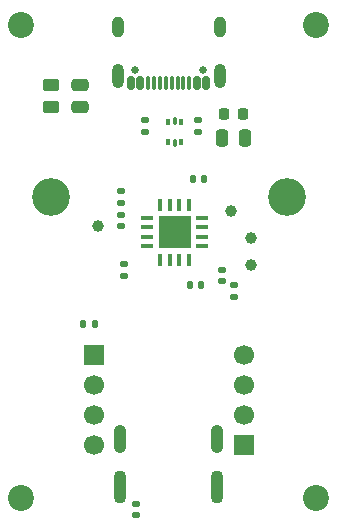
<source format=gbs>
G04 #@! TF.GenerationSoftware,KiCad,Pcbnew,9.0.4*
G04 #@! TF.CreationDate,2025-09-08T01:23:02+09:00*
G04 #@! TF.ProjectId,561SmartCard-USB,35363153-6d61-4727-9443-6172642d5553,rev?*
G04 #@! TF.SameCoordinates,Original*
G04 #@! TF.FileFunction,Soldermask,Bot*
G04 #@! TF.FilePolarity,Negative*
%FSLAX46Y46*%
G04 Gerber Fmt 4.6, Leading zero omitted, Abs format (unit mm)*
G04 Created by KiCad (PCBNEW 9.0.4) date 2025-09-08 01:23:02*
%MOMM*%
%LPD*%
G01*
G04 APERTURE LIST*
G04 Aperture macros list*
%AMRoundRect*
0 Rectangle with rounded corners*
0 $1 Rounding radius*
0 $2 $3 $4 $5 $6 $7 $8 $9 X,Y pos of 4 corners*
0 Add a 4 corners polygon primitive as box body*
4,1,4,$2,$3,$4,$5,$6,$7,$8,$9,$2,$3,0*
0 Add four circle primitives for the rounded corners*
1,1,$1+$1,$2,$3*
1,1,$1+$1,$4,$5*
1,1,$1+$1,$6,$7*
1,1,$1+$1,$8,$9*
0 Add four rect primitives between the rounded corners*
20,1,$1+$1,$2,$3,$4,$5,0*
20,1,$1+$1,$4,$5,$6,$7,0*
20,1,$1+$1,$6,$7,$8,$9,0*
20,1,$1+$1,$8,$9,$2,$3,0*%
G04 Aperture macros list end*
%ADD10C,2.200000*%
%ADD11C,3.200000*%
%ADD12O,1.100000X2.800000*%
%ADD13O,1.100000X2.400000*%
%ADD14R,1.700000X1.700000*%
%ADD15C,1.700000*%
%ADD16RoundRect,0.250000X0.450000X-0.262500X0.450000X0.262500X-0.450000X0.262500X-0.450000X-0.262500X0*%
%ADD17RoundRect,0.135000X-0.185000X0.135000X-0.185000X-0.135000X0.185000X-0.135000X0.185000X0.135000X0*%
%ADD18RoundRect,0.140000X-0.140000X-0.170000X0.140000X-0.170000X0.140000X0.170000X-0.140000X0.170000X0*%
%ADD19C,1.000000*%
%ADD20RoundRect,0.140000X0.140000X0.170000X-0.140000X0.170000X-0.140000X-0.170000X0.140000X-0.170000X0*%
%ADD21RoundRect,0.135000X0.185000X-0.135000X0.185000X0.135000X-0.185000X0.135000X-0.185000X-0.135000X0*%
%ADD22RoundRect,0.093750X-0.093750X0.156250X-0.093750X-0.156250X0.093750X-0.156250X0.093750X0.156250X0*%
%ADD23RoundRect,0.075000X-0.075000X0.250000X-0.075000X-0.250000X0.075000X-0.250000X0.075000X0.250000X0*%
%ADD24RoundRect,0.140000X-0.170000X0.140000X-0.170000X-0.140000X0.170000X-0.140000X0.170000X0.140000X0*%
%ADD25RoundRect,0.250000X0.475000X-0.250000X0.475000X0.250000X-0.475000X0.250000X-0.475000X-0.250000X0*%
%ADD26RoundRect,0.140000X0.170000X-0.140000X0.170000X0.140000X-0.170000X0.140000X-0.170000X-0.140000X0*%
%ADD27RoundRect,0.218750X-0.218750X-0.256250X0.218750X-0.256250X0.218750X0.256250X-0.218750X0.256250X0*%
%ADD28C,0.650000*%
%ADD29RoundRect,0.150000X-0.150000X-0.425000X0.150000X-0.425000X0.150000X0.425000X-0.150000X0.425000X0*%
%ADD30RoundRect,0.075000X-0.075000X-0.500000X0.075000X-0.500000X0.075000X0.500000X-0.075000X0.500000X0*%
%ADD31O,1.000000X1.800000*%
%ADD32O,1.000000X2.100000*%
%ADD33RoundRect,0.087500X0.087500X-0.437500X0.087500X0.437500X-0.087500X0.437500X-0.087500X-0.437500X0*%
%ADD34RoundRect,0.087500X0.437500X-0.087500X0.437500X0.087500X-0.437500X0.087500X-0.437500X-0.087500X0*%
%ADD35R,2.700000X2.700000*%
%ADD36RoundRect,0.250000X-0.250000X-0.475000X0.250000X-0.475000X0.250000X0.475000X-0.250000X0.475000X0*%
G04 APERTURE END LIST*
D10*
X112500000Y-112500000D03*
X87500000Y-72500000D03*
D11*
X110000000Y-87000000D03*
D10*
X87500000Y-112500000D03*
D12*
X104100000Y-111550000D03*
D13*
X104100000Y-107500000D03*
D12*
X95900000Y-111550000D03*
D13*
X95900000Y-107500000D03*
D10*
X112500000Y-72500000D03*
D11*
X90000000Y-87000000D03*
D14*
X93650000Y-100440000D03*
D15*
X93650000Y-102980000D03*
X93650000Y-105520000D03*
X93650000Y-108060000D03*
D14*
X106350000Y-108060000D03*
D15*
X106350000Y-105520000D03*
X106350000Y-102980000D03*
X106350000Y-100440000D03*
D16*
X90000000Y-79412500D03*
X90000000Y-77587500D03*
D17*
X96000000Y-86490000D03*
X96000000Y-87510000D03*
D18*
X92770000Y-97750000D03*
X93730000Y-97750000D03*
D19*
X107000000Y-92750000D03*
D17*
X105500000Y-94490000D03*
X105500000Y-95510000D03*
D20*
X102730000Y-94500000D03*
X101770000Y-94500000D03*
D21*
X102500000Y-81510000D03*
X102500000Y-80490000D03*
D22*
X99962500Y-80650000D03*
D23*
X100500000Y-80575000D03*
D22*
X101037500Y-80650000D03*
X101037500Y-82350000D03*
D23*
X100500000Y-82425000D03*
D22*
X99962500Y-82350000D03*
D24*
X97250000Y-113000000D03*
X97250000Y-113960000D03*
D21*
X98000000Y-81510000D03*
X98000000Y-80490000D03*
D25*
X92500000Y-79450000D03*
X92500000Y-77550000D03*
D26*
X104500000Y-94155000D03*
X104500000Y-93195000D03*
D19*
X94000000Y-89500000D03*
D20*
X102980000Y-85500000D03*
X102020000Y-85500000D03*
D19*
X107000000Y-90500000D03*
X105250000Y-88250000D03*
D27*
X104712500Y-80000000D03*
X106287500Y-80000000D03*
D28*
X97110000Y-76305000D03*
X102890000Y-76305000D03*
D29*
X96800000Y-77380000D03*
X97600000Y-77380000D03*
D30*
X98750000Y-77380000D03*
X99750000Y-77380000D03*
X100250000Y-77380000D03*
X101250000Y-77380000D03*
D29*
X102400000Y-77380000D03*
X103200000Y-77380000D03*
X103200000Y-77380000D03*
X102400000Y-77380000D03*
D30*
X101750000Y-77380000D03*
X100750000Y-77380000D03*
X99250000Y-77380000D03*
X98250000Y-77380000D03*
D29*
X97600000Y-77380000D03*
X96800000Y-77380000D03*
D31*
X95680000Y-72625000D03*
D32*
X95680000Y-76805000D03*
D31*
X104320000Y-72625000D03*
D32*
X104320000Y-76805000D03*
D33*
X101700000Y-92325000D03*
X100900000Y-92325000D03*
X100100000Y-92325000D03*
X99300000Y-92325000D03*
D34*
X98175000Y-91200000D03*
X98175000Y-90400000D03*
X98175000Y-89600000D03*
X98175000Y-88800000D03*
D33*
X99300000Y-87675000D03*
X100100000Y-87675000D03*
X100900000Y-87675000D03*
X101700000Y-87675000D03*
D34*
X102825000Y-88800000D03*
X102825000Y-89600000D03*
X102825000Y-90400000D03*
X102825000Y-91200000D03*
D35*
X100500000Y-90000000D03*
D21*
X96250000Y-93760000D03*
X96250000Y-92740000D03*
D36*
X104550000Y-82000000D03*
X106450000Y-82000000D03*
D24*
X96000000Y-88520000D03*
X96000000Y-89480000D03*
M02*

</source>
